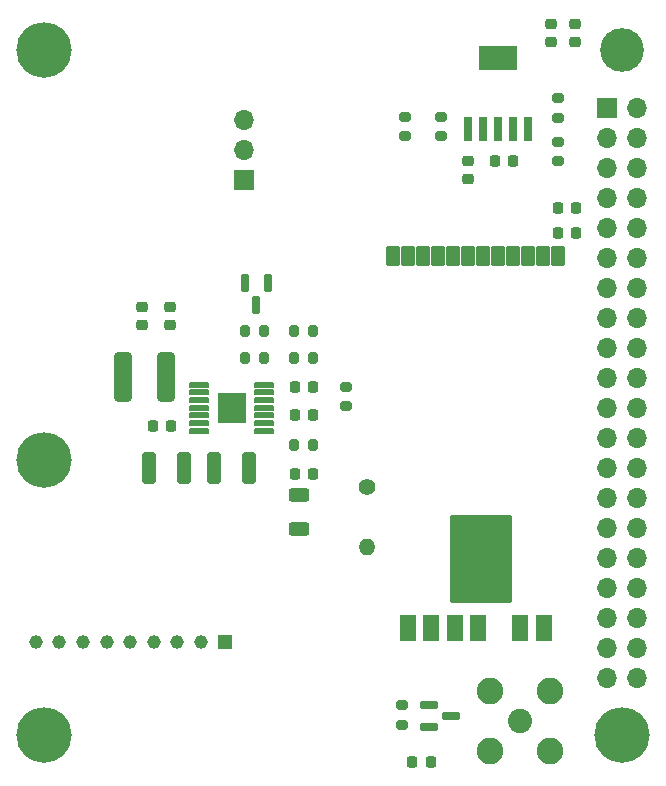
<source format=gts>
%TF.GenerationSoftware,KiCad,Pcbnew,7.0.2-0*%
%TF.CreationDate,2024-05-08T20:56:10-07:00*%
%TF.ProjectId,RPi_interface,5250695f-696e-4746-9572-666163652e6b,1.1*%
%TF.SameCoordinates,Original*%
%TF.FileFunction,Soldermask,Top*%
%TF.FilePolarity,Negative*%
%FSLAX46Y46*%
G04 Gerber Fmt 4.6, Leading zero omitted, Abs format (unit mm)*
G04 Created by KiCad (PCBNEW 7.0.2-0) date 2024-05-08 20:56:10*
%MOMM*%
%LPD*%
G01*
G04 APERTURE LIST*
G04 Aperture macros list*
%AMRoundRect*
0 Rectangle with rounded corners*
0 $1 Rounding radius*
0 $2 $3 $4 $5 $6 $7 $8 $9 X,Y pos of 4 corners*
0 Add a 4 corners polygon primitive as box body*
4,1,4,$2,$3,$4,$5,$6,$7,$8,$9,$2,$3,0*
0 Add four circle primitives for the rounded corners*
1,1,$1+$1,$2,$3*
1,1,$1+$1,$4,$5*
1,1,$1+$1,$6,$7*
1,1,$1+$1,$8,$9*
0 Add four rect primitives between the rounded corners*
20,1,$1+$1,$2,$3,$4,$5,0*
20,1,$1+$1,$4,$5,$6,$7,0*
20,1,$1+$1,$6,$7,$8,$9,0*
20,1,$1+$1,$8,$9,$2,$3,0*%
G04 Aperture macros list end*
%ADD10RoundRect,0.200000X0.275000X-0.200000X0.275000X0.200000X-0.275000X0.200000X-0.275000X-0.200000X0*%
%ADD11RoundRect,0.063500X-0.660400X0.279400X-0.660400X-0.279400X0.660400X-0.279400X0.660400X0.279400X0*%
%ADD12RoundRect,0.225000X0.250000X-0.225000X0.250000X0.225000X-0.250000X0.225000X-0.250000X-0.225000X0*%
%ADD13C,4.700000*%
%ADD14RoundRect,0.225000X-0.225000X-0.250000X0.225000X-0.250000X0.225000X0.250000X-0.225000X0.250000X0*%
%ADD15R,0.650000X2.000000*%
%ADD16R,3.200000X2.000000*%
%ADD17RoundRect,0.250000X-0.325000X-1.100000X0.325000X-1.100000X0.325000X1.100000X-0.325000X1.100000X0*%
%ADD18R,1.150000X1.150000*%
%ADD19C,1.150000*%
%ADD20RoundRect,0.333000X0.417000X1.767000X-0.417000X1.767000X-0.417000X-1.767000X0.417000X-1.767000X0*%
%ADD21RoundRect,0.200000X-0.275000X0.200000X-0.275000X-0.200000X0.275000X-0.200000X0.275000X0.200000X0*%
%ADD22C,3.700000*%
%ADD23RoundRect,0.218750X0.218750X0.256250X-0.218750X0.256250X-0.218750X-0.256250X0.218750X-0.256250X0*%
%ADD24RoundRect,0.200000X-0.200000X-0.275000X0.200000X-0.275000X0.200000X0.275000X-0.200000X0.275000X0*%
%ADD25RoundRect,0.063500X-0.487500X0.750000X-0.487500X-0.750000X0.487500X-0.750000X0.487500X0.750000X0*%
%ADD26RoundRect,0.063500X-0.650000X1.000000X-0.650000X-1.000000X0.650000X-1.000000X0.650000X1.000000X0*%
%ADD27RoundRect,0.063500X-2.550000X3.650000X-2.550000X-3.650000X2.550000X-3.650000X2.550000X3.650000X0*%
%ADD28RoundRect,0.063500X0.800100X0.152400X-0.800100X0.152400X-0.800100X-0.152400X0.800100X-0.152400X0*%
%ADD29RoundRect,0.063500X1.155000X1.230000X-1.155000X1.230000X-1.155000X-1.230000X1.155000X-1.230000X0*%
%ADD30RoundRect,0.250000X0.325000X1.100000X-0.325000X1.100000X-0.325000X-1.100000X0.325000X-1.100000X0*%
%ADD31RoundRect,0.250000X-0.625000X0.312500X-0.625000X-0.312500X0.625000X-0.312500X0.625000X0.312500X0*%
%ADD32RoundRect,0.063500X0.279400X0.660400X-0.279400X0.660400X-0.279400X-0.660400X0.279400X-0.660400X0*%
%ADD33C,1.400000*%
%ADD34O,1.400000X1.400000*%
%ADD35RoundRect,0.200000X0.200000X0.275000X-0.200000X0.275000X-0.200000X-0.275000X0.200000X-0.275000X0*%
%ADD36C,2.050000*%
%ADD37C,2.250000*%
%ADD38R,1.700000X1.700000*%
%ADD39O,1.700000X1.700000*%
G04 APERTURE END LIST*
D10*
%TO.C,R6*%
X137050000Y-60900000D03*
X137050000Y-59250000D03*
%TD*%
D11*
%TO.C,Q2*%
X126135200Y-106922500D03*
X126135200Y-108827500D03*
X128014800Y-107875000D03*
%TD*%
D12*
%TO.C,C12*%
X136425000Y-50825000D03*
X136425000Y-49275000D03*
%TD*%
D13*
%TO.C,H5*%
X93500000Y-86200000D03*
%TD*%
D10*
%TO.C,R7*%
X137050000Y-57225000D03*
X137050000Y-55575000D03*
%TD*%
D14*
%TO.C,C8*%
X131675000Y-60900000D03*
X133225000Y-60900000D03*
%TD*%
D15*
%TO.C,U3*%
X129410000Y-58200000D03*
X130680000Y-58200000D03*
X131950000Y-58200000D03*
X133220000Y-58200000D03*
X134490000Y-58200000D03*
D16*
X131950000Y-52200000D03*
%TD*%
D10*
%TO.C,R11*%
X127150000Y-58815000D03*
X127150000Y-57165000D03*
%TD*%
D17*
%TO.C,C3*%
X107961341Y-86913659D03*
X110911341Y-86913659D03*
%TD*%
D18*
%TO.C,J2*%
X108825000Y-101600000D03*
D19*
X106824999Y-101600000D03*
X104825000Y-101600000D03*
X102824999Y-101600000D03*
X100825001Y-101600000D03*
X98825000Y-101600000D03*
X96825001Y-101600000D03*
X94825000Y-101600000D03*
X92824999Y-101600000D03*
%TD*%
D20*
%TO.C,L1*%
X103836341Y-79213659D03*
X100236341Y-79213659D03*
%TD*%
D21*
%TO.C,R12*%
X124100000Y-57150000D03*
X124100000Y-58800000D03*
%TD*%
D22*
%TO.C,H2*%
X142500000Y-51500000D03*
%TD*%
D23*
%TO.C,D1*%
X126300000Y-111750000D03*
X124725000Y-111750000D03*
%TD*%
D21*
%TO.C,R4*%
X119123841Y-79988659D03*
X119123841Y-81638659D03*
%TD*%
D14*
%TO.C,C10*%
X137050000Y-66950000D03*
X138600000Y-66950000D03*
%TD*%
D24*
%TO.C,R8*%
X110525000Y-75300000D03*
X112175000Y-75300000D03*
%TD*%
D25*
%TO.C,U2*%
X137060000Y-68910000D03*
X135790000Y-68910000D03*
X134520000Y-68910000D03*
X133250000Y-68910000D03*
X131980000Y-68910000D03*
X130710000Y-68910000D03*
X129440000Y-68910000D03*
X128170000Y-68910000D03*
X126900000Y-68910000D03*
X125630000Y-68910000D03*
X124360000Y-68910000D03*
X123090000Y-68910000D03*
D26*
X124310000Y-100450000D03*
X126310000Y-100450000D03*
X128310000Y-100450000D03*
X130310000Y-100450000D03*
X133830000Y-100450000D03*
X135830000Y-100450000D03*
D27*
X130560000Y-94550000D03*
%TD*%
D28*
%TO.C,U1*%
X112179541Y-83736363D03*
X112179541Y-83086350D03*
X112179541Y-82436341D03*
X112179541Y-81786329D03*
X112179541Y-81136317D03*
X112179541Y-80486308D03*
X112179541Y-79836295D03*
X106642341Y-79836295D03*
X106642341Y-80486308D03*
X106642341Y-81136317D03*
X106642341Y-81786329D03*
X106642341Y-82436341D03*
X106642341Y-83086350D03*
X106642341Y-83736363D03*
D29*
X109410941Y-81786329D03*
%TD*%
D12*
%TO.C,C2*%
X104161341Y-74788659D03*
X104161341Y-73238659D03*
%TD*%
D30*
%TO.C,C4*%
X105361341Y-86913659D03*
X102411341Y-86913659D03*
%TD*%
D14*
%TO.C,C5*%
X102761341Y-83313659D03*
X104311341Y-83313659D03*
%TD*%
D31*
%TO.C,R1*%
X115150000Y-89162500D03*
X115150000Y-92087500D03*
%TD*%
D14*
%TO.C,C7*%
X114748841Y-82413659D03*
X116298841Y-82413659D03*
%TD*%
%TO.C,C6*%
X114748841Y-79988659D03*
X116298841Y-79988659D03*
%TD*%
D32*
%TO.C,Q1*%
X112462500Y-71220400D03*
X110557500Y-71220400D03*
X111510000Y-73100000D03*
%TD*%
D12*
%TO.C,C14*%
X129400000Y-62425000D03*
X129400000Y-60875000D03*
%TD*%
D13*
%TO.C,H4*%
X142500000Y-109500000D03*
%TD*%
%TO.C,H1*%
X93500000Y-51500000D03*
%TD*%
D24*
%TO.C,R9*%
X114698841Y-75300000D03*
X116348841Y-75300000D03*
%TD*%
D10*
%TO.C,R10*%
X123850000Y-108625000D03*
X123850000Y-106975000D03*
%TD*%
D14*
%TO.C,C11*%
X114748841Y-87413659D03*
X116298841Y-87413659D03*
%TD*%
D12*
%TO.C,C1*%
X101821341Y-74788659D03*
X101821341Y-73238659D03*
%TD*%
D14*
%TO.C,C9*%
X137050000Y-64850000D03*
X138600000Y-64850000D03*
%TD*%
D33*
%TO.C,TH1*%
X120900000Y-88460000D03*
D34*
X120900000Y-93540000D03*
%TD*%
D13*
%TO.C,H3*%
X93500000Y-109500000D03*
%TD*%
D35*
%TO.C,R3*%
X116348841Y-84913659D03*
X114698841Y-84913659D03*
%TD*%
D12*
%TO.C,C13*%
X138520000Y-50845000D03*
X138520000Y-49295000D03*
%TD*%
D24*
%TO.C,R2*%
X110511341Y-77613659D03*
X112161341Y-77613659D03*
%TD*%
D36*
%TO.C,J4*%
X133830000Y-108335000D03*
D37*
X131290000Y-105795000D03*
X131290000Y-110875000D03*
X136370000Y-105795000D03*
X136370000Y-110875000D03*
%TD*%
D24*
%TO.C,R5*%
X114698841Y-77613659D03*
X116348841Y-77613659D03*
%TD*%
D38*
%TO.C,J3*%
X110500000Y-62540000D03*
D39*
X110500000Y-60000000D03*
X110500000Y-57460000D03*
%TD*%
D38*
%TO.C,J1*%
X141230000Y-56370000D03*
D39*
X143770000Y-56370000D03*
X141230000Y-58910000D03*
X143770000Y-58910000D03*
X141230000Y-61450000D03*
X143770000Y-61450000D03*
X141230000Y-63990000D03*
X143770000Y-63990000D03*
X141230000Y-66530000D03*
X143770000Y-66530000D03*
X141230000Y-69070000D03*
X143770000Y-69070000D03*
X141230000Y-71610000D03*
X143770000Y-71610000D03*
X141230000Y-74150000D03*
X143770000Y-74150000D03*
X141230000Y-76690000D03*
X143770000Y-76690000D03*
X141230000Y-79230000D03*
X143770000Y-79230000D03*
X141230000Y-81770000D03*
X143770000Y-81770000D03*
X141230000Y-84310000D03*
X143770000Y-84310000D03*
X141230000Y-86850000D03*
X143770000Y-86850000D03*
X141230000Y-89390000D03*
X143770000Y-89390000D03*
X141230000Y-91930000D03*
X143770000Y-91930000D03*
X141230000Y-94470000D03*
X143770000Y-94470000D03*
X141230000Y-97010000D03*
X143770000Y-97010000D03*
X141230000Y-99550000D03*
X143770000Y-99550000D03*
X141230000Y-102090000D03*
X143770000Y-102090000D03*
X141230000Y-104630000D03*
X143770000Y-104630000D03*
%TD*%
M02*

</source>
